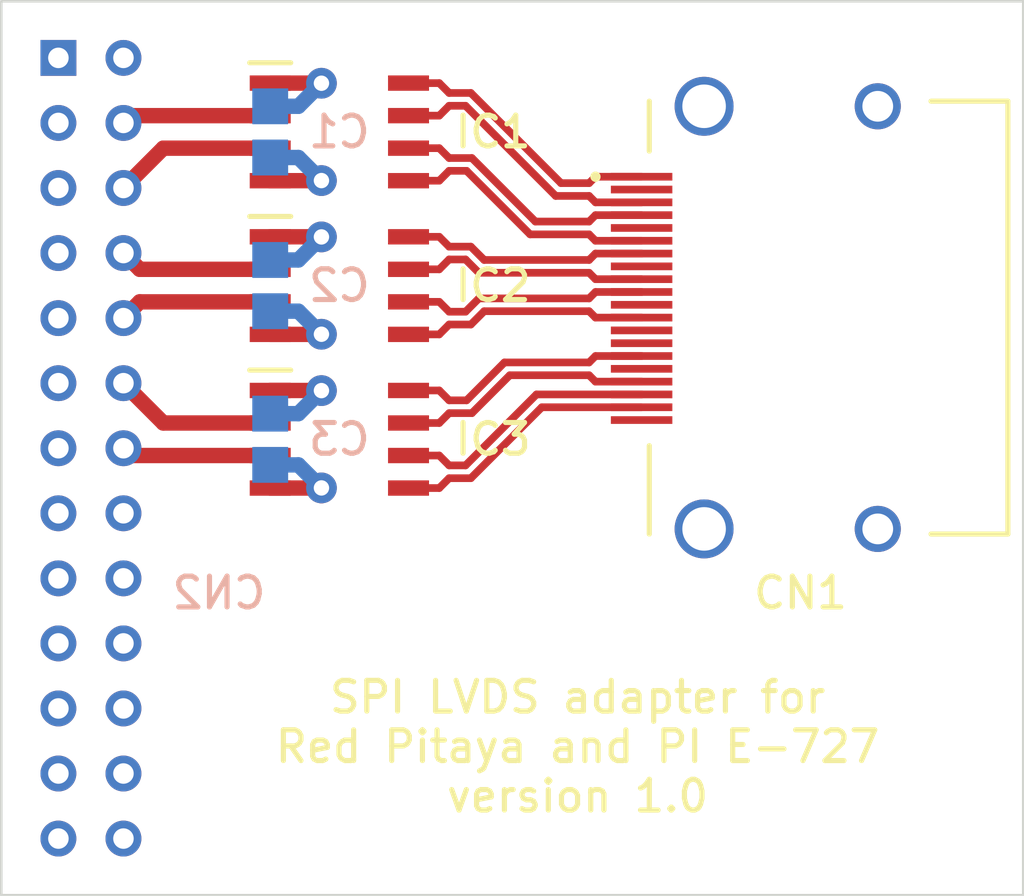
<source format=kicad_pcb>
(kicad_pcb (version 20211014) (generator pcbnew)
  (title_block (comment 4 "AISLER Project ID: MSPPDFRA"))
  (layers (0 "F.Cu" signal) (31 "B.Cu" signal) (34 "B.Paste" user) (35 "F.Paste" user) (36 "B.SilkS" user "B.Silkscreen") (37 "F.SilkS" user "F.Silkscreen") (38 "B.Mask" user) (39 "F.Mask" user) (44 "Edge.Cuts" user))
  (net 0 "")
  (net 1 "MOSI-")
  (net 2 "GND")
  (net 3 "MISO+")
  (net 4 "MISO-")
  (net 5 "SCLK+")
  (net 6 "SCLK-")
  (net 7 "MOSI+")
  (net 8 "DCLK-")
  (net 9 "DCLK+")
  (net 10 "LDAT-")
  (net 11 "LDAT+")
  (net 12 "CS-")
  (net 13 "CS+")
  (net 14 "LDAT")
  (net 15 "CS")
  (net 16 "DCLK")
  (net 17 "MISO")
  (net 18 "MOSI")
  (net 19 "SCLK")
  (net 20 "VCC")
  (footprint "footprints:SOIC8" (layer "F.Cu") (at 135.7 97)
    (fp_text reference "IC2" (at 6 0) (layer "F.SilkS") (effects (font (size 1.2 1.2) (thickness 0.2))))
    (fp_text value "" (at 0 0) (layer "F.SilkS") (effects (font (size 1.27 1.27))))
    (fp_line (start -3.5 -2.7) (end -1.9 -2.7) (layer "F.SilkS") (width 0.2))
    (pad "1" smd rect locked (at -2.7 -1.905 90) (size 0.6 1.6) (layers "F.Cu" "F.Paste" "F.Mask") (net 20 "VCC"))
    (pad "2" smd rect locked (at -2.7 -0.635 90) (size 0.6 1.6) (layers "F.Cu" "F.Paste" "F.Mask") (net 17 "MISO"))
    (pad "3" smd rect locked (at -2.7 0.635 90) (size 0.6 1.6) (layers "F.Cu" "F.Paste" "F.Mask") (net 16 "DCLK"))
    (pad "4" smd rect locked (at -2.7 1.905 90) (size 0.6 1.6) (layers "F.Cu" "F.Paste" "F.Mask") (net 2 "GND"))
    (pad "5" smd rect locked (at 2.7 1.905 90) (size 0.6 1.6) (layers "F.Cu" "F.Paste" "F.Mask") (net 8 "DCLK-"))
    (pad "6" smd rect locked (at 2.7 0.635 90) (size 0.6 1.6) (layers "F.Cu" "F.Paste" "F.Mask") (net 9 "DCLK+"))
    (pad "7" smd rect locked (at 2.7 -0.635 90) (size 0.6 1.6) (layers "F.Cu" "F.Paste" "F.Mask") (net 4 "MISO-"))
    (pad "8" smd rect locked (at 2.7 -1.905 90) (size 0.6 1.6) (layers "F.Cu" "F.Paste" "F.Mask") (net 3 "MISO+"))
  )
  (footprint "footprints:SOIC8" (layer "F.Cu") (at 135.7 103)
    (fp_text reference "IC3" (at 6 0) (layer "F.SilkS") (effects (font (size 1.2 1.2) (thickness 0.2))))
    (fp_text value "" (at 0 0) (layer "F.SilkS") (effects (font (size 1.27 1.27))))
    (fp_line (start -3.5 -2.7) (end -1.9 -2.7) (layer "F.SilkS") (width 0.2))
    (pad "1" smd rect locked (at -2.7 -1.905 90) (size 0.6 1.6) (layers "F.Cu" "F.Paste" "F.Mask") (net 20 "VCC"))
    (pad "2" smd rect locked (at -2.7 -0.635 90) (size 0.6 1.6) (layers "F.Cu" "F.Paste" "F.Mask") (net 15 "CS"))
    (pad "3" smd rect locked (at -2.7 0.635 90) (size 0.6 1.6) (layers "F.Cu" "F.Paste" "F.Mask") (net 14 "LDAT"))
    (pad "4" smd rect locked (at -2.7 1.905 90) (size 0.6 1.6) (layers "F.Cu" "F.Paste" "F.Mask") (net 2 "GND"))
    (pad "5" smd rect locked (at 2.7 1.905 90) (size 0.6 1.6) (layers "F.Cu" "F.Paste" "F.Mask") (net 10 "LDAT-"))
    (pad "6" smd rect locked (at 2.7 0.635 90) (size 0.6 1.6) (layers "F.Cu" "F.Paste" "F.Mask") (net 11 "LDAT+"))
    (pad "7" smd rect locked (at 2.7 -0.635 90) (size 0.6 1.6) (layers "F.Cu" "F.Paste" "F.Mask") (net 12 "CS-"))
    (pad "8" smd rect locked (at 2.7 -1.905 90) (size 0.6 1.6) (layers "F.Cu" "F.Paste" "F.Mask") (net 13 "CS+"))
  )
  (footprint "footprints:47272" (layer "F.Cu") (at 153.7 98.25 90)
    (fp_text reference "CN1" (at -10.75 0 180) (layer "F.SilkS") (effects (font (size 1.2 1.2) (thickness 0.2))))
    (fp_text value "" (at 0 0 90) (layer "F.SilkS") (effects (font (size 1.27 1.27))))
    (fp_line (start 5.4 -8) (end 5.4 -8) (layer "F.SilkS") (width 0.2))
    (fp_line (start -8.45 8.1) (end 8.45 8.1) (layer "F.SilkS") (width 0.2))
    (fp_line (start -8.45 5.1) (end -8.45 8.1) (layer "F.SilkS") (width 0.2))
    (fp_line (start 8.45 8.1) (end 8.45 5.1) (layer "F.SilkS") (width 0.2))
    (fp_line (start 8.45 -5.9) (end 6.5 -5.9) (layer "F.SilkS") (width 0.2))
    (fp_line (start 5.6 -8) (end 5.6 -8) (layer "F.SilkS") (width 0.2))
    (fp_line (start -8.45 -5.9) (end -5 -5.9) (layer "F.SilkS") (width 0.2))
    (fp_arc (start 5.4 -8) (mid 5.5 -8.1) (end 5.6 -8) (layer "F.SilkS") (width 0.2))
    (fp_arc (start 5.6 -8) (mid 5.5 -7.9) (end 5.4 -8) (layer "F.SilkS") (width 0.2))
    (pad "" np_thru_hole circle (at 0 3.8 90) (size 1.5 1.5) (drill 1.5) (layers *.Cu *.Mask))
    (pad "1" smd rect (at 5.5 -6.2 90) (size 0.3 2.4) (layers "F.Cu" "F.Paste" "F.Mask") (net 5 "SCLK+"))
    (pad "2" smd rect (at 5 -6.2 90) (size 0.3 2.4) (layers "F.Cu" "F.Paste" "F.Mask") (net 2 "GND"))
    (pad "3" smd rect (at 4.5 -6.2 90) (size 0.3 2.4) (layers "F.Cu" "F.Paste" "F.Mask") (net 6 "SCLK-"))
    (pad "4" smd rect (at 4 -6.2 90) (size 0.3 2.4) (layers "F.Cu" "F.Paste" "F.Mask") (net 7 "MOSI+"))
    (pad "5" smd rect (at 3.5 -6.2 90) (size 0.3 2.4) (layers "F.Cu" "F.Paste" "F.Mask") (net 2 "GND"))
    (pad "6" smd rect (at 3 -6.2 90) (size 0.3 2.4) (layers "F.Cu" "F.Paste" "F.Mask") (net 1 "MOSI-"))
    (pad "7" smd rect (at 2.5 -6.2 90) (size 0.3 2.4) (layers "F.Cu" "F.Paste" "F.Mask") (net 3 "MISO+"))
    (pad "8" smd rect (at 2 -6.2 90) (size 0.3 2.4) (layers "F.Cu" "F.Paste" "F.Mask") (net 2 "GND"))
    (pad "9" smd rect (at 1.5 -6.2 90) (size 0.3 2.4) (layers "F.Cu" "F.Paste" "F.Mask") (net 4 "MISO-"))
    (pad "10" smd rect (at 1 -6.2 90) (size 0.3 2.4) (layers "F.Cu" "F.Paste" "F.Mask") (net 9 "DCLK+"))
    (pad "11" smd rect (at 0.5 -6.2 90) (size 0.3 2.4) (layers "F.Cu" "F.Paste" "F.Mask") (net 2 "GND"))
    (pad "12" smd rect (at 0 -6.2 90) (size 0.3 2.4) (layers "F.Cu" "F.Paste" "F.Mask") (net 8 "DCLK-"))
    (pad "13" smd rect (at -0.5 -6.2 90) (size 0.3 2.4) (layers "F.Cu" "F.Paste" "F.Mask") (net 2 "GND"))
    (pad "14" smd rect (at -1 -6.2 90) (size 0.3 2.4) (layers "F.Cu" "F.Paste" "F.Mask") (net 2 "GND"))
    (pad "15" smd rect (at -1.5 -6.2 90) (size 0.3 2.4) (layers "F.Cu" "F.Paste" "F.Mask") (net 13 "CS+"))
    (pad "16" smd rect (at -2 -6.2 90) (size 0.3 2.4) (layers "F.Cu" "F.Paste" "F.Mask") (net 2 "GND"))
    (pad "17" smd rect (at -2.5 -6.2 90) (size 0.3 2.4) (layers "F.Cu" "F.Paste" "F.Mask") (net 12 "CS-"))
    (pad "18" smd rect (at -3 -6.2 90) (size 0.3 2.4) (layers "F.Cu" "F.Paste" "F.Mask") (net 11 "LDAT+"))
    (pad "19" smd rect (at -3.5 -6.2 90) (size 0.3 2.4) (layers "F.Cu" "F.Paste" "F.Mask") (net 10 "LDAT-"))
    (pad "20" smd rect (at -4 -6.2 90) (size 0.3 2.4) (layers "F.Cu" "F.Paste" "F.Mask"))
    (pad "MH1" thru_hole circle (at -8.25 -3.76 90) (size 2.3 2.3) (drill 1.7) (layers *.Cu *.Mask))
    (pad "MH2" thru_hole circle (at -8.25 3.02 90) (size 1.8 1.8) (drill 1.2) (layers *.Cu *.Mask))
    (pad "MH3" thru_hole circle (at 8.25 3.02 90) (size 1.8 1.8) (drill 1.2) (layers *.Cu *.Mask))
    (pad "MH4" thru_hole circle (at 8.25 -3.76 90) (size 2.3 2.3) (drill 1.7) (layers *.Cu *.Mask))
  )
  (footprint "footprints:SOIC8" (layer "F.Cu") (at 135.7 91)
    (fp_text reference "IC1" (at 6 0) (layer "F.SilkS") (effects (font (size 1.2 1.2) (thickness 0.2))))
    (fp_text value "" (at 0 0) (layer "F.SilkS") (effects (font (size 1.27 1.27))))
    (fp_line (start -3.5 -2.7) (end -1.9 -2.7) (layer "F.SilkS") (width 0.2))
    (pad "1" smd rect locked (at -2.7 -1.905 90) (size 0.6 1.6) (layers "F.Cu" "F.Paste" "F.Mask") (net 20 "VCC"))
    (pad "2" smd rect locked (at -2.7 -0.635 90) (size 0.6 1.6) (layers "F.Cu" "F.Paste" "F.Mask") (net 19 "SCLK"))
    (pad "3" smd rect locked (at -2.7 0.635 90) (size 0.6 1.6) (layers "F.Cu" "F.Paste" "F.Mask") (net 18 "MOSI"))
    (pad "4" smd rect locked (at -2.7 1.905 90) (size 0.6 1.6) (layers "F.Cu" "F.Paste" "F.Mask") (net 2 "GND"))
    (pad "5" smd rect locked (at 2.7 1.905 90) (size 0.6 1.6) (layers "F.Cu" "F.Paste" "F.Mask") (net 1 "MOSI-"))
    (pad "6" smd rect locked (at 2.7 0.635 90) (size 0.6 1.6) (layers "F.Cu" "F.Paste" "F.Mask") (net 7 "MOSI+"))
    (pad "7" smd rect locked (at 2.7 -0.635 90) (size 0.6 1.6) (layers "F.Cu" "F.Paste" "F.Mask") (net 6 "SCLK-"))
    (pad "8" smd rect locked (at 2.7 -1.905 90) (size 0.6 1.6) (layers "F.Cu" "F.Paste" "F.Mask") (net 5 "SCLK+"))
  )
  (footprint "footprints:2x13" (layer "B.Cu") (at 124.73 88.11 90)
    (fp_text reference "CN2" (at -20.89 6.27) (layer "B.SilkS") (effects (font (size 1.2 1.2) (thickness 0.2)) (justify mirror)))
    (fp_text value "" (at 0 0 270) (layer "B.SilkS") (effects (font (size 1.27 1.27)) (justify mirror)))
    (pad "1" thru_hole rect locked (at 0 0 90) (size 1.4 1.4) (drill 0.8) (layers *.Cu *.Mask) (net 20 "VCC"))
    (pad "2" thru_hole circle locked (at 0 2.54 90) (size 1.4 1.4) (drill 0.8) (layers *.Cu *.Mask) (net 20 "VCC"))
    (pad "3" thru_hole circle locked (at -2.54 0 90) (size 1.4 1.4) (drill 0.8) (layers *.Cu *.Mask))
    (pad "4" thru_hole circle locked (at -2.54 2.54 90) (size 1.4 1.4) (drill 0.8) (layers *.Cu *.Mask) (net 19 "SCLK"))
    (pad "5" thru_hole circle locked (at -5.08 0 90) (size 1.4 1.4) (drill 0.8) (layers *.Cu *.Mask))
    (pad "6" thru_hole circle locked (at -5.08 2.54 90) (size 1.4 1.4) (drill 0.8) (layers *.Cu *.Mask) (net 18 "MOSI"))
    (pad "7" thru_hole circle locked (at -7.62 0 90) (size 1.4 1.4) (drill 0.8) (layers *.Cu *.Mask))
    (pad "8" thru_hole circle locked (at -7.62 2.54 90) (size 1.4 1.4) (drill 0.8) (layers *.Cu *.Mask) (net 17 "MISO"))
    (pad "9" thru_hole circle locked (at -10.16 0 90) (size 1.4 1.4) (drill 0.8) (layers *.Cu *.Mask))
    (pad "10" thru_hole circle locked (at -10.16 2.54 90) (size 1.4 1.4) (drill 0.8) (layers *.Cu *.Mask) (net 16 "DCLK"))
    (pad "11" thru_hole circle locked (at -12.7 0 90) (size 1.4 1.4) (drill 0.8) (layers *.Cu *.Mask))
    (pad "12" thru_hole circle locked (at -12.7 2.54 90) (size 1.4 1.4) (drill 0.8) (layers *.Cu *.Mask) (net 15 "CS"))
    (pad "13" thru_hole circle locked (at -15.24 0 90) (size 1.4 1.4) (drill 0.8) (layers *.Cu *.Mask))
    (pad "14" thru_hole circle locked (at -15.24 2.54 90) (size 1.4 1.4) (drill 0.8) (layers *.Cu *.Mask) (net 14 "LDAT"))
    (pad "15" thru_hole circle locked (at -17.78 0 90) (size 1.4 1.4) (drill 0.8) (layers *.Cu *.Mask))
    (pad "16" thru_hole circle locked (at -17.78 2.54 90) (size 1.4 1.4) (drill 0.8) (layers *.Cu *.Mask))
    (pad "17" thru_hole circle locked (at -20.32 0 90) (size 1.4 1.4) (drill 0.8) (layers *.Cu *.Mask))
    (pad "18" thru_hole circle locked (at -20.32 2.54 90) (size 1.4 1.4) (drill 0.8) (layers *.Cu *.Mask))
    (pad "19" thru_hole circle locked (at -22.86 0 90) (size 1.4 1.4) (drill 0.8) (layers *.Cu *.Mask))
    (pad "20" thru_hole circle locked (at -22.86 2.54 90) (size 1.4 1.4) (drill 0.8) (layers *.Cu *.Mask))
    (pad "21" thru_hole circle locked (at -25.4 0 90) (size 1.4 1.4) (drill 0.8) (layers *.Cu *.Mask))
    (pad "22" thru_hole circle locked (at -25.4 2.54 90) (size 1.4 1.4) (drill 0.8) (layers *.Cu *.Mask))
    (pad "23" thru_hole circle locked (at -27.94 0 90) (size 1.4 1.4) (drill 0.8) (layers *.Cu *.Mask))
    (pad "24" thru_hole circle locked (at -27.94 2.54 90) (size 1.4 1.4) (drill 0.8) (layers *.Cu *.Mask))
    (pad "25" thru_hole circle locked (at -30.48 0 90) (size 1.4 1.4) (drill 0.8) (layers *.Cu *.Mask) (net 2 "GND"))
    (pad "26" thru_hole circle locked (at -30.48 2.54 90) (size 1.4 1.4) (drill 0.8) (layers *.Cu *.Mask) (net 2 "GND"))
  )
  (footprint "footprints:0805" (layer "B.Cu") (at 133 97 -90)
    (fp_text reference "C2" (at 0 -2.7 180) (layer "B.SilkS") (effects (font (size 1.2 1.2) (thickness 0.2)) (justify mirror)))
    (fp_text value "" (at 0 0 90) (layer "B.SilkS") (effects (font (size 1.27 1.27)) (justify mirror)))
    (pad "1" smd rect locked (at -1 0 270) (size 1.4 1.4) (layers "B.Cu" "B.Paste" "B.Mask") (net 20 "VCC"))
    (pad "2" smd rect locked (at 1 0 270) (size 1.4 1.4) (layers "B.Cu" "B.Paste" "B.Mask") (net 2 "GND"))
  )
  (footprint "footprints:0805" (layer "B.Cu") (at 133 103 -90)
    (fp_text reference "C3" (at 0 -2.7 180) (layer "B.SilkS") (effects (font (size 1.2 1.2) (thickness 0.2)) (justify mirror)))
    (fp_text value "" (at 0 0 90) (layer "B.SilkS") (effects (font (size 1.27 1.27)) (justify mirror)))
    (pad "1" smd rect locked (at -1 0 270) (size 1.4 1.4) (layers "B.Cu" "B.Paste" "B.Mask") (net 20 "VCC"))
    (pad "2" smd rect locked (at 1 0 270) (size 1.4 1.4) (layers "B.Cu" "B.Paste" "B.Mask") (net 2 "GND"))
  )
  (footprint "footprints:0805" (layer "B.Cu") (at 133 91 -90)
    (fp_text reference "C1" (at 0 -2.7 180) (layer "B.SilkS") (effects (font (size 1.2 1.2) (thickness 0.2)) (justify mirror)))
    (fp_text value "" (at 0 0 90) (layer "B.SilkS") (effects (font (size 1.27 1.27)) (justify mirror)))
    (pad "1" smd rect locked (at -1 0 270) (size 1.4 1.4) (layers "B.Cu" "B.Paste" "B.Mask") (net 20 "VCC"))
    (pad "2" smd rect locked (at 1 0 270) (size 1.4 1.4) (layers "B.Cu" "B.Paste" "B.Mask") (net 2 "GND"))
  )
  (gr_rect (start 122.5 85.9) (end 162.4 120.8) (layer "Edge.Cuts") (width 0.1) (fill none))
  (gr_text "SPI LVDS adapter for\nRed Pitaya and PI E-727\nversion 1.0" (at 145 115) (layer "F.SilkS") (effects (font (size 1.2 1.2) (thickness 0.2))))
  (segment (start 145.699999 95.25) (end 147.5 95.25) (width 0.3) (layer "F.Cu") (net 1))
  (segment (start 139.985001 92.52) (end 140.666446 92.52) (width 0.3) (layer "F.Cu") (net 1))
  (segment (start 138.4 92.905) (end 139.600001 92.905) (width 0.3) (layer "F.Cu") (net 1))
  (segment (start 143.146446 95) (end 145.449999 95) (width 0.3) (layer "F.Cu") (net 1))
  (segment (start 140.666446 92.52) (end 143.146446 95) (width 0.3) (layer "F.Cu") (net 1))
  (segment (start 139.600001 92.905) (end 139.985001 92.52) (width 0.3) (layer "F.Cu") (net 1))
  (segment (start 145.449999 95) (end 145.699999 95.25) (width 0.3) (layer "F.Cu") (net 1))
  (segment (start 134.995 92.905) (end 135 92.9) (width 0.6) (layer "F.Cu") (net 2))
  (segment (start 134.705 104.905) (end 135 105.2) (width 0.6) (layer "F.Cu") (net 2))
  (segment (start 134.705 92.905) (end 135 93.2) (width 0.6) (layer "F.Cu") (net 2))
  (segment (start 133 98.905) (end 134.995 98.905) (width 0.6) (layer "F.Cu") (net 2))
  (segment (start 133 104.905) (end 134.995 104.905) (width 0.6) (layer "F.Cu") (net 2))
  (segment (start 134.995 104.905) (end 135 104.9) (width 0.6) (layer "F.Cu") (net 2))
  (segment (start 133 92.905) (end 134.995 92.905) (width 0.6) (layer "F.Cu") (net 2))
  (segment (start 134.995 98.905) (end 135 98.9) (width 0.6) (layer "F.Cu") (net 2))
  (via (at 135 104.9) (size 1.2) (drill 0.6) (layers "F.Cu" "B.Cu") (net 2))
  (via (at 135 92.9) (size 1.2) (drill 0.6) (layers "F.Cu" "B.Cu") (net 2))
  (via (at 135 98.9) (size 1.2) (drill 0.6) (layers "F.Cu" "B.Cu") (net 2))
  (segment (start 133 104) (end 134.1 104) (width 0.6) (layer "B.Cu") (net 2))
  (segment (start 134.1 104) (end 135 104.9) (width 0.6) (layer "B.Cu") (net 2))
  (segment (start 133 92) (end 134.1 92) (width 0.6) (layer "B.Cu") (net 2))
  (segment (start 134.1 98) (end 135 98.9) (width 0.6) (layer "B.Cu") (net 2))
  (segment (start 134.1 92) (end 135 92.9) (width 0.6) (layer "B.Cu") (net 2))
  (segment (start 133 98) (end 134.1 98) (width 0.6) (layer "B.Cu") (net 2))
  (segment (start 139.600001 95.095) (end 139.985001 95.48) (width 0.3) (layer "F.Cu") (net 3))
  (segment (start 140.833554 95.48) (end 141.353554 96) (width 0.3) (layer "F.Cu") (net 3))
  (segment (start 145.449999 96) (end 145.699999 95.75) (width 0.3) (layer "F.Cu") (net 3))
  (segment (start 138.4 95.095) (end 139.600001 95.095) (width 0.3) (layer "F.Cu") (net 3))
  (segment (start 139.985001 95.48) (end 140.833554 95.48) (width 0.3) (layer "F.Cu") (net 3))
  (segment (start 141.353554 96) (end 145.449999 96) (width 0.3) (layer "F.Cu") (net 3))
  (segment (start 145.699999 95.75) (end 147.5 95.75) (width 0.3) (layer "F.Cu") (net 3))
  (segment (start 145.699999 96.75) (end 147.5 96.75) (width 0.3) (layer "F.Cu") (net 4))
  (segment (start 139.600001 96.365) (end 139.985001 95.98) (width 0.3) (layer "F.Cu") (net 4))
  (segment (start 140.626446 95.98) (end 141.146446 96.5) (width 0.3) (layer "F.Cu") (net 4))
  (segment (start 138.4 96.365) (end 139.600001 96.365) (width 0.3) (layer "F.Cu") (net 4))
  (segment (start 141.146446 96.5) (end 145.449999 96.5) (width 0.3) (layer "F.Cu") (net 4))
  (segment (start 145.449999 96.5) (end 145.699999 96.75) (width 0.3) (layer "F.Cu") (net 4))
  (segment (start 139.985001 95.98) (end 140.626446 95.98) (width 0.3) (layer "F.Cu") (net 4))
  (segment (start 144.353554 93) (end 145.449999 93) (width 0.3) (layer "F.Cu") (net 5))
  (segment (start 138.4 89.095) (end 139.600001 89.095) (width 0.3) (layer "F.Cu") (net 5))
  (segment (start 145.699999 92.75) (end 147.5 92.75) (width 0.3) (layer "F.Cu") (net 5))
  (segment (start 145.449999 93) (end 145.699999 92.75) (width 0.3) (layer "F.Cu") (net 5))
  (segment (start 140.833554 89.48) (end 144.353554 93) (width 0.3) (layer "F.Cu") (net 5))
  (segment (start 139.985001 89.48) (end 140.833554 89.48) (width 0.3) (layer "F.Cu") (net 5))
  (segment (start 139.600001 89.095) (end 139.985001 89.48) (width 0.3) (layer "F.Cu") (net 5))
  (segment (start 139.600001 90.365) (end 139.985001 89.98) (width 0.3) (layer "F.Cu") (net 6))
  (segment (start 139.985001 89.98) (end 140.626446 89.98) (width 0.3) (layer "F.Cu") (net 6))
  (segment (start 145.449999 93.5) (end 145.699999 93.75) (width 0.3) (layer "F.Cu") (net 6))
  (segment (start 138.4 90.365) (end 139.600001 90.365) (width 0.3) (layer "F.Cu") (net 6))
  (segment (start 144.146446 93.5) (end 145.449999 93.5) (width 0.3) (layer "F.Cu") (net 6))
  (segment (start 140.626446 89.98) (end 144.146446 93.5) (width 0.3) (layer "F.Cu") (net 6))
  (segment (start 145.699999 93.75) (end 147.5 93.75) (width 0.3) (layer "F.Cu") (net 6))
  (segment (start 139.600001 91.635) (end 139.985001 92.02) (width 0.3) (layer "F.Cu") (net 7))
  (segment (start 140.873554 92.02) (end 143.353554 94.5) (width 0.3) (layer "F.Cu") (net 7))
  (segment (start 139.985001 92.02) (end 140.873554 92.02) (width 0.3) (layer "F.Cu") (net 7))
  (segment (start 143.353554 94.5) (end 145.449999 94.5) (width 0.3) (layer "F.Cu") (net 7))
  (segment (start 145.699999 94.25) (end 147.5 94.25) (width 0.3) (layer "F.Cu") (net 7))
  (segment (start 138.4 91.635) (end 139.600001 91.635) (width 0.3) (layer "F.Cu") (net 7))
  (segment (start 145.449999 94.5) (end 145.699999 94.25) (width 0.3) (layer "F.Cu") (net 7))
  (segment (start 145.449999 98) (end 145.699999 98.25) (width 0.3) (layer "F.Cu") (net 8))
  (segment (start 138.4 98.905) (end 139.600001 98.905) (width 0.3) (layer "F.Cu") (net 8))
  (segment (start 140.833554 98.52) (end 141.353554 98) (width 0.3) (layer "F.Cu") (net 8))
  (segment (start 139.985001 98.52) (end 140.833554 98.52) (width 0.3) (layer "F.Cu") (net 8))
  (segment (start 141.353554 98) (end 145.449999 98) (width 0.3) (layer "F.Cu") (net 8))
  (segment (start 145.699999 98.25) (end 147.5 98.25) (width 0.3) (layer "F.Cu") (net 8))
  (segment (start 139.600001 98.905) (end 139.985001 98.52) (width 0.3) (layer "F.Cu") (net 8))
  (segment (start 139.600001 97.635) (end 139.985001 98.02) (width 0.3) (layer "F.Cu") (net 9))
  (segment (start 138.4 97.635) (end 139.600001 97.635) (width 0.3) (layer "F.Cu") (net 9))
  (segment (start 145.449999 97.5) (end 145.699999 97.25) (width 0.3) (layer "F.Cu") (net 9))
  (segment (start 141.146446 97.5) (end 145.449999 97.5) (width 0.3) (layer "F.Cu") (net 9))
  (segment (start 140.626446 98.02) (end 141.146446 97.5) (width 0.3) (layer "F.Cu") (net 9))
  (segment (start 145.699999 97.25) (end 147.5 97.25) (width 0.3) (layer "F.Cu") (net 9))
  (segment (start 139.985001 98.02) (end 140.626446 98.02) (width 0.3) (layer "F.Cu") (net 9))
  (segment (start 143.603554 101.75) (end 147.5 101.75) (width 0.3) (layer "F.Cu") (net 10))
  (segment (start 138.4 104.905) (end 139.600001 104.905) (width 0.3) (layer "F.Cu") (net 10))
  (segment (start 139.985001 104.52) (end 140.833554 104.52) (width 0.3) (layer "F.Cu") (net 10))
  (segment (start 139.600001 104.905) (end 139.985001 104.52) (width 0.3) (layer "F.Cu") (net 10))
  (segment (start 140.833554 104.52) (end 143.603554 101.75) (width 0.3) (layer "F.Cu") (net 10))
  (segment (start 139.600001 103.635) (end 139.985001 104.02) (width 0.3) (layer "F.Cu") (net 11))
  (segment (start 140.626446 104.02) (end 143.396446 101.25) (width 0.3) (layer "F.Cu") (net 11))
  (segment (start 139.985001 104.02) (end 140.626446 104.02) (width 0.3) (layer "F.Cu") (net 11))
  (segment (start 138.4 103.635) (end 139.600001 103.635) (width 0.3) (layer "F.Cu") (net 11))
  (segment (start 143.396446 101.25) (end 147.5 101.25) (width 0.3) (layer "F.Cu") (net 11))
  (segment (start 145.449999 100.5) (end 145.699999 100.75) (width 0.3) (layer "F.Cu") (net 12))
  (segment (start 138.4 102.365) (end 139.600001 102.365) (width 0.3) (layer "F.Cu") (net 12))
  (segment (start 142.353554 100.5) (end 145.449999 100.5) (width 0.3) (layer "F.Cu") (net 12))
  (segment (start 139.985001 101.98) (end 140.873554 101.98) (width 0.3) (layer "F.Cu") (net 12))
  (segment (start 139.600001 102.365) (end 139.985001 101.98) (width 0.3) (layer "F.Cu") (net 12))
  (segment (start 145.699999 100.75) (end 147.5 100.75) (width 0.3) (layer "F.Cu") (net 12))
  (segment (start 140.873554 101.98) (end 142.353554 100.5) (width 0.3) (layer "F.Cu") (net 12))
  (segment (start 138.4 101.095) (end 139.600001 101.095) (width 0.3) (layer "F.Cu") (net 13))
  (segment (start 145.699999 99.75) (end 147.5 99.75) (width 0.3) (layer "F.Cu") (net 13))
  (segment (start 145.449999 100) (end 145.699999 99.75) (width 0.3) (layer "F.Cu") (net 13))
  (segment (start 139.600001 101.095) (end 139.985001 101.48) (width 0.3) (layer "F.Cu") (net 13))
  (segment (start 142.146446 100) (end 145.449999 100) (width 0.3) (layer "F.Cu") (net 13))
  (segment (start 139.985001 101.48) (end 140.666446 101.48) (width 0.3) (layer "F.Cu") (net 13))
  (segment (start 140.666446 101.48) (end 142.146446 100) (width 0.3) (layer "F.Cu") (net 13))
  (segment (start 127.555 103.635) (end 127.27 103.35) (width 0.6) (layer "F.Cu") (net 14))
  (segment (start 133 103.635) (end 127.555 103.635) (width 0.6) (layer "F.Cu") (net 14))
  (segment (start 133 102.365) (end 128.825 102.365) (width 0.6) (layer "F.Cu") (net 15))
  (segment (start 128.825 102.365) (end 127.27 100.81) (width 0.6) (layer "F.Cu") (net 15))
  (segment (start 127.905 97.635) (end 127.27 98.27) (width 0.6) (layer "F.Cu") (net 16))
  (segment (start 133 97.635) (end 127.905 97.635) (width 0.6) (layer "F.Cu") (net 16))
  (segment (start 127.905 96.365) (end 127.27 95.73) (width 0.6) (layer "F.Cu") (net 17))
  (segment (start 133 96.365) (end 127.905 96.365) (width 0.6) (layer "F.Cu") (net 17))
  (segment (start 133 91.635) (end 128.825 91.635) (width 0.6) (layer "F.Cu") (net 18))
  (segment (start 128.825 91.635) (end 127.27 93.19) (width 0.6) (layer "F.Cu") (net 18))
  (segment (start 133 90.365) (end 127.555 90.365) (width 0.6) (layer "F.Cu") (net 19))
  (segment (start 127.555 90.365) (end 127.27 90.65) (width 0.6) (layer "F.Cu") (net 19))
  (segment (start 134.995 101.095) (end 135 101.1) (width 0.6) (layer "F.Cu") (net 20))
  (segment (start 133 89.095) (end 134.995 89.095) (width 0.6) (layer "F.Cu") (net 20))
  (segment (start 134.995 89.095) (end 135 89.1) (width 0.6) (layer "F.Cu") (net 20))
  (segment (start 133 101.095) (end 134.995 101.095) (width 0.6) (layer "F.Cu") (net 20))
  (segment (start 134.995 95.095) (end 135 95.1) (width 0.6) (layer "F.Cu") (net 20))
  (segment (start 133 95.095) (end 134.995 95.095) (width 0.6) (layer "F.Cu") (net 20))
  (via (at 135 89.1) (size 1.2) (drill 0.6) (layers "F.Cu" "B.Cu") (net 20))
  (via (at 135 95.1) (size 1.2) (drill 0.6) (layers "F.Cu" "B.Cu") (net 20))
  (via (at 135 101.1) (size 1.2) (drill 0.6) (layers "F.Cu" "B.Cu") (net 20))
  (segment (start 134.1 90) (end 135 89.1) (width 0.6) (layer "B.Cu") (net 20))
  (segment (start 134.1 96) (end 135 95.1) (width 0.6) (layer "B.Cu") (net 20))
  (segment (start 133 96) (end 134.1 96) (width 0.6) (layer "B.Cu") (net 20))
  (segment (start 133 102) (end 134.1 102) (width 0.6) (layer "B.Cu") (net 20))
  (segment (start 134.1 102) (end 135 101.1) (width 0.6) (layer "B.Cu") (net 20))
  (segment (start 133 90) (end 134.1 90) (width 0.6) (layer "B.Cu") (net 20))
)
</source>
